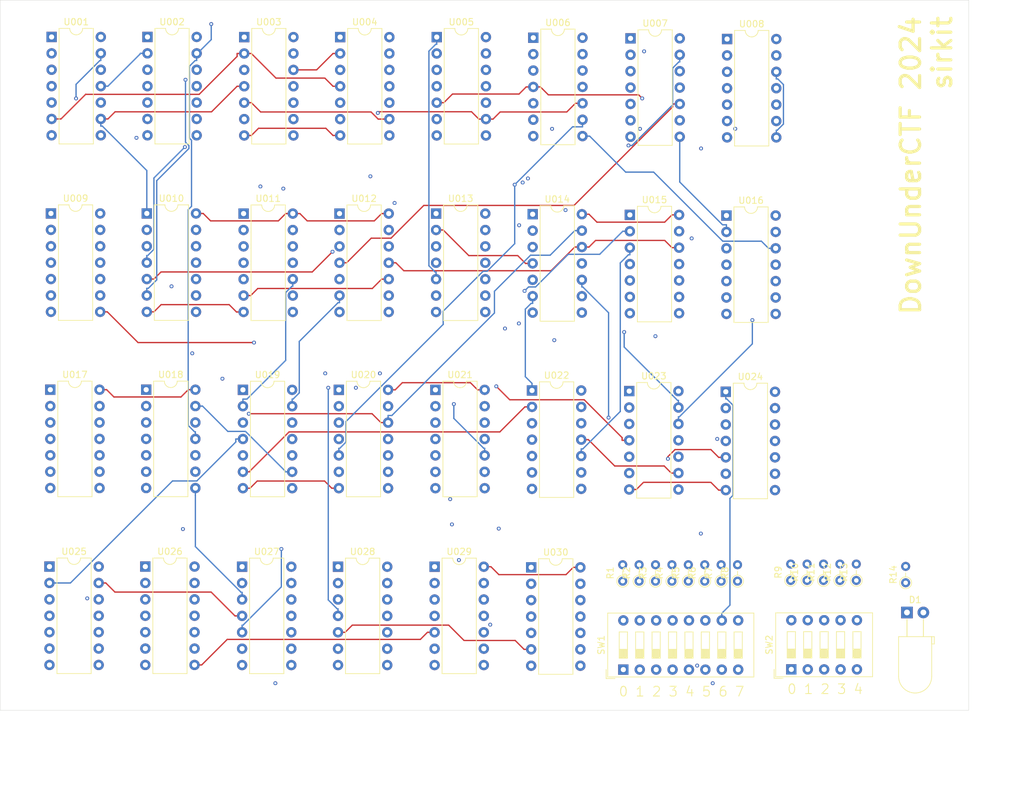
<source format=kicad_pcb>
(kicad_pcb (version 20240108) (generator "pcbnew") (generator_version "8.0")
  (layers (0 "F.Cu" jumper) (1 "In1.Cu" signal) (2 "In2.Cu" signal) (31 "B.Cu" signal) (34 "B.Paste" user) (35 "F.Paste" user) (36 "B.SilkS" user "B.Silkscreen") (37 "F.SilkS" user "F.Silkscreen") (38 "B.Mask" user) (39 "F.Mask" user) (44 "Edge.Cuts" user))
  (net 0 "")
  (net 1 "$abc$1463$new_n67.0")
  (net 2 "byte_num.1")
  (net 3 "$abc$1463$new_n41.0")
  (net 4 "$abc$1463$new_n21.0")
  (net 5 "$abc$1463$new_n59.0")
  (net 6 "GND")
  (net 7 "byte_num.0")
  (net 8 "VCC")
  (net 9 "byte_num.4")
  (net 10 "$abc$1463$new_n69.0")
  (net 11 "$abc$1463$new_n39.0")
  (net 12 "$abc$1463$new_n73.0")
  (net 13 "$abc$1463$new_n96.0")
  (net 14 "$abc$1463$new_n101.0")
  (net 15 "$abc$1463$new_n102.0")
  (net 16 "$abc$1463$new_n100.0")
  (net 17 "byte_guess.2")
  (net 18 "byte_guess.0")
  (net 19 "$abc$1463$new_n91.0")
  (net 20 "$abc$1463$new_n80.0")
  (net 21 "$abc$1463$new_n98.0")
  (net 22 "$abc$1463$new_n94.0")
  (net 23 "$abc$1463$new_n20.0")
  (net 24 "$abc$1463$new_n99.0")
  (net 25 "$abc$1463$new_n25.0")
  (net 26 "$abc$1463$new_n31.0")
  (net 27 "$abc$1463$new_n24.0")
  (net 28 "guess_valid.0")
  (net 29 "$abc$1463$new_n30.0")
  (net 30 "$abc$1463$new_n86.0")
  (net 31 "byte_guess.7")
  (net 32 "$abc$1463$new_n84.0")
  (net 33 "$abc$1463$new_n65.0")
  (net 34 "$abc$1463$new_n95.0")
  (net 35 "$abc$1463$new_n93.0")
  (net 36 "$abc$1463$new_n92.0")
  (net 37 "$abc$1463$new_n79.0")
  (net 38 "$abc$1463$new_n97.0")
  (net 39 "$abc$1463$new_n66.0")
  (net 40 "$abc$1463$new_n75.0")
  (net 41 "$abc$1463$new_n43.0")
  (net 42 "$abc$1463$new_n32.0")
  (net 43 "$abc$1463$new_n15.0")
  (net 44 "$abc$1463$new_n60.0")
  (net 45 "$abc$1463$new_n58.0")
  (net 46 "$abc$1463$new_n77.0")
  (net 47 "$abc$1463$new_n61.0")
  (net 48 "byte_num.3")
  (net 49 "$abc$1463$new_n68.0")
  (net 50 "byte_guess.3")
  (net 51 "byte_guess.5")
  (net 52 "byte_guess.4")
  (net 53 "$abc$1463$new_n72.0")
  (net 54 "byte_guess.6")
  (net 55 "$abc$1463$new_n83.0")
  (net 56 "$abc$1463$new_n85.0")
  (net 57 "$abc$1463$new_n87.0")
  (net 58 "$abc$1463$new_n18.0")
  (net 59 "$abc$1463$new_n36.0")
  (net 60 "$abc$1463$new_n90.0")
  (net 61 "$abc$1463$new_n34.0")
  (net 62 "$abc$1463$new_n88.0")
  (net 63 "$abc$1463$new_n46.0")
  (net 64 "$abc$1463$new_n82.0")
  (net 65 "$abc$1463$new_n55.0")
  (net 66 "$abc$1463$new_n89.0")
  (net 67 "$abc$1463$new_n50.0")
  (net 68 "$abc$1463$new_n81.0")
  (net 69 "$abc$1463$new_n76.0")
  (net 70 "$abc$1463$new_n51.0")
  (net 71 "$abc$1463$new_n47.0")
  (net 72 "$abc$1463$new_n57.0")
  (net 73 "$abc$1463$new_n22.0")
  (net 74 "$abc$1463$new_n74.0")
  (net 75 "$abc$1463$new_n52.0")
  (net 76 "byte_num.2")
  (net 77 "$abc$1463$new_n19.0")
  (net 78 "$abc$1463$new_n78.0")
  (net 79 "$abc$1463$new_n53.0")
  (net 80 "$abc$1463$new_n71.0")
  (net 81 "$abc$1463$new_n29.0")
  (net 82 "$abc$1463$new_n70.0")
  (net 83 "$abc$1463$new_n64.0")
  (net 84 "$abc$1463$new_n48.0")
  (net 85 "$abc$1463$new_n17.0")
  (net 86 "byte_guess.1")
  (net 87 "$abc$1463$new_n16.0")
  (net 88 "$abc$1463$new_n63.0")
  (net 89 "$abc$1463$new_n62.0")
  (net 90 "$abc$1463$new_n38.0")
  (net 91 "$abc$1463$new_n54.0")
  (net 92 "$abc$1463$new_n35.0")
  (net 93 "$abc$1463$new_n44.0")
  (net 94 "$abc$1463$new_n37.0")
  (net 95 "$abc$1463$new_n49.0")
  (net 96 "$abc$1463$new_n56.0")
  (net 97 "$abc$1463$new_n27.0")
  (net 98 "$abc$1463$new_n23.0")
  (net 99 "$abc$1463$new_n26.0")
  (net 100 "$abc$1463$new_n28.0")
  (net 101 "$abc$1463$new_n42.0")
  (net 102 "$abc$1463$new_n33.0")
  (net 103 "$abc$1463$new_n40.0")
  (net 104 "$abc$1463$new_n45.0")
  (footprint "Package_DIP:DIP-14_W7.62mm" (layer "F.Cu") (at 166.28 68.58)
    (property "Reference" "U016")
    (property "Value" "74LS40")
  )
  (footprint "Package_DIP:DIP-14_W7.62mm" (layer "F.Cu") (at 136.05 123.08)
    (property "Reference" "U030")
    (property "Value" "74LS40")
  )
  (footprint "Resistor_THT:R_Axial_DIN0204_L3.6mm_D1.6mm_P2.54mm_Vertical" (layer "F.Cu") (at 183.845 125.1075 90)
    (property "Reference" "R12")
    (property "Value" "R_Axial_DIN0204_L3.6mm_D1.6mm_P2.54mm_Vertical")
  )
  (footprint "Package_DIP:DIP-14_W7.62mm" (layer "F.Cu") (at 61.48 122.96)
    (property "Reference" "U025")
    (property "Value" "74LS00")
  )
  (footprint "Package_DIP:DIP-14_W7.62mm" (layer "F.Cu") (at 151.43 41.14)
    (property "Reference" "U007")
    (property "Value" "74LS02")
  )
  (footprint "Package_DIP:DIP-14_W7.62mm" (layer "F.Cu") (at 151.23 95.78)
    (property "Reference" "U023")
    (property "Value" "74LS40")
  )
  (footprint "Resistor_THT:R_Axial_DIN0204_L3.6mm_D1.6mm_P2.54mm_Vertical" (layer "F.Cu") (at 162.92 125.22 90)
    (property "Reference" "R6")
    (property "Value" "R_Axial_DIN0204_L3.6mm_D1.6mm_P2.54mm_Vertical")
  )
  (footprint "Resistor_THT:R_Axial_DIN0204_L3.6mm_D1.6mm_P2.54mm_Vertical" (layer "F.Cu") (at 178.765 125.1075 90)
    (property "Reference" "R10")
    (property "Value" "R_Axial_DIN0204_L3.6mm_D1.6mm_P2.54mm_Vertical")
  )
  (footprint "Resistor_THT:R_Axial_DIN0204_L3.6mm_D1.6mm_P2.54mm_Vertical" (layer "F.Cu") (at 160.38 125.22 90)
    (property "Reference" "R5")
    (property "Value" "R_Axial_DIN0204_L3.6mm_D1.6mm_P2.54mm_Vertical")
  )
  (footprint "Resistor_THT:R_Axial_DIN0204_L3.6mm_D1.6mm_P2.54mm_Vertical" (layer "F.Cu") (at 150.22 125.22 90)
    (property "Reference" "R1")
    (property "Value" "R_Axial_DIN0204_L3.6mm_D1.6mm_P2.54mm_Vertical")
  )
  (footprint "Package_DIP:DIP-14_W7.62mm" (layer "F.Cu") (at 91.43 95.58)
    (property "Reference" "U019")
    (property "Value" "74LS40")
  )
  (footprint "Package_DIP:DIP-14_W7.62mm" (layer "F.Cu") (at 106.48 40.94)
    (property "Reference" "U004")
    (property "Value" "74LS40")
  )
  (footprint "Package_DIP:DIP-14_W7.62mm" (layer "F.Cu") (at 151.33 68.48)
    (property "Reference" "U015")
    (property "Value" "74LS08")
  )
  (footprint "Package_DIP:DIP-14_W7.62mm" (layer "F.Cu") (at 76.55 68.26)
    (property "Reference" "U010")
    (property "Value" "74LS08")
  )
  (footprint "Resistor_THT:R_Axial_DIN0204_L3.6mm_D1.6mm_P2.54mm_Vertical" (layer "F.Cu") (at 165.46 125.22 90)
    (property "Reference" "R7")
    (property "Value" "R_Axial_DIN0204_L3.6mm_D1.6mm_P2.54mm_Vertical")
  )
  (footprint "Package_DIP:DIP-14_W7.62mm" (layer "F.Cu") (at 106.15 122.98)
    (property "Reference" "U028")
    (property "Value" "74LS04")
  )
  (footprint "Package_DIP:DIP-14_W7.62mm" (layer "F.Cu") (at 106.28 95.58)
    (property "Reference" "U020")
    (property "Value" "74LS40")
  )
  (footprint "Package_DIP:DIP-14_W7.62mm" (layer "F.Cu") (at 61.81 40.92)
    (property "Reference" "U001")
    (property "Value" "74LS04")
  )
  (footprint "Package_DIP:DIP-14_W7.62mm" (layer "F.Cu") (at 166.18 95.88)
    (property "Reference" "U024")
    (property "Value" "74LS86")
  )
  (footprint "Package_DIP:DIP-14_W7.62mm" (layer "F.Cu") (at 91.53 68.28)
    (property "Reference" "U011")
    (property "Value" "74LS40")
  )
  (footprint "Package_DIP:DIP-14_W7.62mm" (layer "F.Cu") (at 91.3 122.98)
    (property "Reference" "U027")
    (property "Value" "74LS02")
  )
  (footprint "Package_DIP:DIP-14_W7.62mm" (layer "F.Cu") (at 121.43 40.94)
    (property "Reference" "U005")
    (property "Value" "74LS00")
  )
  (footprint "Package_DIP:DIP-14_W7.62mm" (layer "F.Cu") (at 76.32 122.96)
    (property "Reference" "U026")
    (property "Value" "74LS40")
  )
  (footprint "Resistor_THT:R_Axial_DIN0204_L3.6mm_D1.6mm_P2.54mm_Vertical" (layer "F.Cu") (at 176.225 125.1075 90)
    (property "Reference" "R9")
    (property "Value" "R_Axial_DIN0204_L3.6mm_D1.6mm_P2.54mm_Vertical")
  )
  (footprint "Resistor_THT:R_Axial_DIN0204_L3.6mm_D1.6mm_P2.54mm_Vertical" (layer "F.Cu") (at 181.305 125.1075 90)
    (property "Reference" "R11")
    (property "Value" "R_Axial_DIN0204_L3.6mm_D1.6mm_P2.54mm_Vertical")
  )
  (footprint "Package_DIP:DIP-14_W7.62mm" (layer "F.Cu") (at 136.38 41.04)
    (property "Reference" "U006")
    (property "Value" "74LS40")
  )
  (footprint "Package_DIP:DIP-14_W7.62mm" (layer "F.Cu") (at 166.38 41.24)
    (property "Reference" "U008")
    (property "Value" "74LS00")
  )
  (footprint "Package_DIP:DIP-14_W7.62mm" (layer "F.Cu") (at 121.1 122.98)
    (property "Reference" "U029")
    (property "Value" "74LS86")
  )
  (footprint "Resistor_THT:R_Axial_DIN0204_L3.6mm_D1.6mm_P2.54mm_Vertical" (layer "F.Cu") (at 157.84 125.22 90)
    (property "Reference" "R4")
    (property "Value" "R_Axial_DIN0204_L3.6mm_D1.6mm_P2.54mm_Vertical")
  )
  (footprint "Package_DIP:DIP-14_W7.62mm" (layer "F.Cu") (at 76.45 95.56)
    (property "Reference" "U018")
    (property "Value" "74LS02")
  )
  (footprint "Package_DIP:DIP-14_W7.62mm" (layer "F.Cu") (at 61.61 95.56)
    (property "Reference" "U017")
    (property "Value" "74LS40")
  )
  (footprint "Package_DIP:DIP-14_W7.62mm" (layer "F.Cu") (at 106.38 68.28)
    (property "Reference" "U012")
    (property "Value" "74LS00")
  )
  (footprint "Package_DIP:DIP-14_W7.62mm" (layer "F.Cu") (at 136.28 68.38)
    (property "Reference" "U014")
    (property "Value" "74LS40")
  )
  (footprint "Button_Switch_THT:SW_DIP_SPSTx05_Slide_9.78x14.88mm_W7.62mm_P2.54mm" (layer "F.Cu") (at 176.325 138.8875 90)
    (property "Reference" "SW2")
    (property "Value" "SW_DIP_SPSTx05_Slide_9.78x14.88mm_W7.62mm_P2.54mm")
  )
  (footprint "Package_DIP:DIP-14_W7.62mm" (layer "F.Cu") (at 76.65 40.92)
    (property "Reference" "U002")
    (property "Value" "74LS02")
  )
  (footprint "LED_THT:LED_D5.0mm_Horizontal_O3.81mm_Z15.0mm" (layer "F.Cu") (at 194.225 130.07)
    (property "Reference" "D1")
    (property "Value" "LED_D5.0mm_Horizontal_O3.81mm_Z15.0mm")
  )
  (footprint "Resistor_THT:R_Axial_DIN0204_L3.6mm_D1.6mm_P2.54mm_Vertical" (layer "F.Cu") (at 186.385 125.1075 90)
    (property "Reference" "R13")
    (property "Value" "R_Axial_DIN0204_L3.6mm_D1.6mm_P2.54mm_Vertical")
  )
  (footprint "Package_DIP:DIP-14_W7.62mm" (layer "F.Cu") (at 61.71 68.26)
    (property "Reference" "U009")
    (property "Value" "74LS40")
  )
  (footprint "Package_DIP:DIP-14_W7.62mm" (layer "F.Cu") (at 121.33 68.28)
    (property "Reference" "U013")
    (property "Value" "74LS40")
  )
  (footprint "Resistor_THT:R_Axial_DIN0204_L3.6mm_D1.6mm_P2.54mm_Vertical" (layer "F.Cu") (at 168 125.22 90)
    (property "Reference" "R8")
    (property "Value" "R_Axial_DIN0204_L3.6mm_D1.6mm_P2.54mm_Vertical")
  )
  (footprint "Button_Switch_THT:SW_DIP_SPSTx08_Slide_9.78x22.5mm_W7.62mm_P2.54mm" (layer "F.Cu") (at 150.32 138.92 90)
    (property "Reference" "SW1")
    (property "Value" "SW_DIP_SPSTx08_Slide_9.78x22.5mm_W7.62mm_P2.54mm")
  )
  (footprint "Resistor_THT:R_Axial_DIN0204_L3.6mm_D1.6mm_P2.54mm_Vertical" (layer "F.Cu") (at 152.76 125.22 90)
    (property "Reference" "R2")
    (property "Value" "R_Axial_DIN0204_L3.6mm_D1.6mm_P2.54mm_Vertical")
  )
  (footprint "Resistor_THT:R_Axial_DIN0204_L3.6mm_D1.6mm_P2.54mm_Vertical" (layer "F.Cu") (at 194.025 125.47 90)
    (property "Reference" "R14")
    (property "Value" "R_Axial_DIN0204_L3.6mm_D1.6mm_P2.54mm_Vertical")
  )
  (footprint "Resistor_THT:R_Axial_DIN0204_L3.6mm_D1.6mm_P2.54mm_Vertical" (layer "F.Cu") (at 155.3 125.22 90)
    (property "Reference" "R3")
    (property "Value" "R_Axial_DIN0204_L3.6mm_D1.6mm_P2.54mm_Vertical")
  )
  (footprint "Package_DIP:DIP-14_W7.62mm" (layer "F.Cu") (at 136.18 95.68)
    (property "Reference" "U022")
    (property "Value" "74LS08")
  )
  (footprint "Package_DIP:DIP-14_W7.62mm" (layer "F.Cu") (at 91.63 40.94)
    (property "Reference" "U003")
    (property "Value" "74LS40")
  )
  (footprint "Package_DIP:DIP-14_W7.62mm" (layer "F.Cu") (at 121.23 95.58)
    (property "Reference" "U021")
    (property "Value" "74LS40")
  )
  (gr_rect (start 53.847332 35.22) (end 203.796849 145.22) (stroke (width 0.05)) (fill none) (layer "Edge.Cuts"))
  (gr_text "0 1 2 3 4 5 6 7" (at 149.52 143.2 0) (layer "F.SilkS") (effects (font (size 1.5 1.5)) (justify left bottom)))
  (gr_text "0 1 2 3 4" (at 175.6 142.82 0) (layer "F.SilkS") (effects (font (size 1.5 1.5)) (justify left bottom)))
  (gr_text "DownUnderCTF 2024\nsirkit" (at 201.4 37.42 90) (layer "F.SilkS") (effects (font (size 3 3) (thickness 0.5) (bold yes)) (justify right bottom)))
  (segment (start 106.48 43.48) (end 105.3783 43.48) (width 0.2) (layer "F.Cu") (net 2))
  (segment (start 102.8383 46.02) (end 99.25 46.02) (width 0.2) (layer "F.Cu") (net 2))
  (segment (start 105.3783 43.48) (end 102.8383 46.02) (width 0.2) (layer "F.Cu") (net 2))
  (via (at 160.8956 72.1231) (size 0.6) (drill 0.3) (layers "F.Cu" "B.Cu") (net 2))
  (segment (start 166.28 71.12) (end 166.28 70.0183) (width 0.2) (layer "B.Cu") (net 2))
  (segment (start 165.6775 70.0183) (end 159.05 63.3908) (width 0.2) (layer "B.Cu") (net 2))
  (segment (start 159.05 63.3908) (end 159.05 56.38) (width 0.2) (layer "B.Cu") (net 2))
  (segment (start 166.28 70.0183) (end 165.6775 70.0183) (width 0.2) (layer "B.Cu") (net 2))
  (via (at 134.1439 85.3004) (size 0.6) (drill 0.3) (layers "F.Cu" "B.Cu") (net 3))
  (segment (start 173.9 73.66) (end 172.7983 73.66) (width 0.2) (layer "B.Cu") (net 3))
  (segment (start 172.7983 73.66) (end 171.6966 72.5583) (width 0.2) (layer "B.Cu") (net 3))
  (segment (start 171.6966 72.5583) (end 165.7098 72.5583) (width 0.2) (layer "B.Cu") (net 3))
  (segment (start 155.0065 61.855) (end 150.6767 61.855) (width 0.2) (layer "B.Cu") (net 3))
  (segment (start 150.6767 61.855) (end 145.1017 56.28) (width 0.2) (layer "B.Cu") (net 3))
  (segment (start 144 56.28) (end 145.1017 56.28) (width 0.2) (layer "B.Cu") (net 3))
  (segment (start 165.7098 72.5583) (end 155.0065 61.855) (width 0.2) (layer "B.Cu") (net 3))
  (via (at 139.2894 55.151) (size 0.6) (drill 0.3) (layers "F.Cu" "B.Cu") (net 4))
  (via (at 152.8925 55.151) (size 0.6) (drill 0.3) (layers "F.Cu" "B.Cu") (net 4))
  (segment (start 166.18 111.12) (end 165.0783 111.12) (width 0.2) (layer "F.Cu") (net 6))
  (segment (start 151.23 111.02) (end 152.3317 111.02) (width 0.2) (layer "F.Cu") (net 6))
  (segment (start 93.643 109.7087) (end 104.067 109.7087) (width 0.2) (layer "F.Cu") (net 6))
  (segment (start 163.867 109.9087) (end 153.443 109.9087) (width 0.2) (layer "F.Cu") (net 6))
  (segment (start 91.43 110.82) (end 92.5317 110.82) (width 0.2) (layer "F.Cu") (net 6))
  (segment (start 91.63 56.18) (end 92.7317 56.18) (width 0.2) (layer "F.Cu") (net 6))
  (segment (start 76.55 83.5) (end 77.6517 83.5) (width 0.2) (layer "F.Cu") (net 6))
  (segment (start 89.297 82.3887) (end 90.4283 83.52) (width 0.2) (layer "F.Cu") (net 6))
  (segment (start 106.48 56.18) (end 105.3783 56.18) (width 0.2) (layer "F.Cu") (net 6))
  (segment (start 104.067 109.7087) (end 105.1783 110.82) (width 0.2) (layer "F.Cu") (net 6))
  (segment (start 165.0783 111.12) (end 163.867 109.9087) (width 0.2) (layer "F.Cu") (net 6))
  (segment (start 91.53 83.52) (end 90.4283 83.52) (width 0.2) (layer "F.Cu") (net 6))
  (segment (start 153.443 109.9087) (end 152.3317 111.02) (width 0.2) (layer "F.Cu") (net 6))
  (segment (start 78.763 82.3887) (end 89.297 82.3887) (width 0.2) (layer "F.Cu") (net 6))
  (segment (start 77.6517 83.5) (end 78.763 82.3887) (width 0.2) (layer "F.Cu") (net 6))
  (segment (start 92.5317 110.82) (end 93.643 109.7087) (width 0.2) (layer "F.Cu") (net 6))
  (segment (start 106.28 110.82) (end 105.1783 110.82) (width 0.2) (layer "F.Cu") (net 6))
  (segment (start 92.7317 56.18) (end 93.843 55.0687) (width 0.2) (layer "F.Cu") (net 6))
  (segment (start 104.267 55.0687) (end 105.3783 56.18) (width 0.2) (layer "F.Cu") (net 6))
  (segment (start 93.843 55.0687) (end 104.267 55.0687) (width 0.2) (layer "F.Cu") (net 6))
  (segment (start 135.8292 48.66) (end 136.38 48.66) (width 0.2) (layer "F.Cu") (net 7))
  (segment (start 137.4817 48.66) (end 138.7101 49.8884) (width 0.2) (layer "F.Cu") (net 7))
  (segment (start 134.1766 49.7617) (end 123.87 49.7617) (width 0.2) (layer "F.Cu") (net 7))
  (segment (start 138.7101 49.8884) (end 152.6902 49.8884) (width 0.2) (layer "F.Cu") (net 7))
  (segment (start 152.6902 49.8884) (end 153.2409 50.4391) (width 0.2) (layer "F.Cu") (net 7))
  (segment (start 135.2783 48.66) (end 134.1766 49.7617) (width 0.2) (layer "F.Cu") (net 7))
  (segment (start 123.87 49.7617) (end 122.5317 51.1) (width 0.2) (layer "F.Cu") (net 7))
  (segment (start 136.38 48.66) (end 137.4817 48.66) (width 0.2) (layer "F.Cu") (net 7))
  (segment (start 135.8292 48.66) (end 135.2783 48.66) (width 0.2) (layer "F.Cu") (net 7))
  (segment (start 121.43 51.1) (end 122.5317 51.1) (width 0.2) (layer "F.Cu") (net 7))
  (via (at 153.2409 50.4391) (size 0.6) (drill 0.3) (layers "F.Cu" "B.Cu") (net 7))
  (segment (start 128.85 95.58) (end 127.7483 95.58) (width 0.2) (layer "F.Cu") (net 8))
  (segment (start 116.1034 94.4783) (end 115.0017 95.58) (width 0.2) (layer "F.Cu") (net 8))
  (segment (start 98.0483 68.28) (end 96.9199 69.4084) (width 0.2) (layer "F.Cu") (net 8))
  (segment (start 157.8483 68.48) (end 156.7199 69.6084) (width 0.2) (layer "F.Cu") (net 8))
  (segment (start 113.9 95.58) (end 115.0017 95.58) (width 0.2) (layer "F.Cu") (net 8))
  (segment (start 143.67 123.08) (end 142.5683 123.08) (width 0.2) (layer "F.Cu") (net 8))
  (segment (start 126.6466 94.4783) (end 116.1034 94.4783) (width 0.2) (layer "F.Cu") (net 8))
  (segment (start 99.15 68.28) (end 98.0483 68.28) (width 0.2) (layer "F.Cu") (net 8))
  (segment (start 127.7483 95.58) (end 126.6466 94.4783) (width 0.2) (layer "F.Cu") (net 8))
  (segment (start 86.4201 69.4084) (end 85.2717 68.26) (width 0.2) (layer "F.Cu") (net 8))
  (segment (start 143.9 68.38) (end 145.0017 68.38) (width 0.2) (layer "F.Cu") (net 8))
  (segment (start 114 68.28) (end 112.8983 68.28) (width 0.2) (layer "F.Cu") (net 8))
  (segment (start 81.8399 96.6884) (end 71.4601 96.6884) (width 0.2) (layer "F.Cu") (net 8))
  (segment (start 156.7199 69.6084) (end 146.2301 69.6084) (width 0.2) (layer "F.Cu") (net 8))
  (segment (start 82.9683 95.56) (end 81.8399 96.6884) (width 0.2) (layer "F.Cu") (net 8))
  (segment (start 112.8983 68.28) (end 111.7699 69.4084) (width 0.2) (layer "F.Cu") (net 8))
  (segment (start 101.3801 69.4084) (end 100.2517 68.28) (width 0.2) (layer "F.Cu") (net 8))
  (segment (start 69.23 95.56) (end 70.3317 95.56) (width 0.2) (layer "F.Cu") (net 8))
  (segment (start 142.5683 123.08) (end 141.4399 124.2084) (width 0.2) (layer "F.Cu") (net 8))
  (segment (start 131.0501 124.2084) (end 129.8217 122.98) (width 0.2) (layer "F.Cu") (net 8))
  (segment (start 111.7699 69.4084) (end 101.3801 69.4084) (width 0.2) (layer "F.Cu") (net 8))
  (segment (start 99.15 68.28) (end 100.2517 68.28) (width 0.2) (layer "F.Cu") (net 8))
  (segment (start 84.17 68.26) (end 85.2717 68.26) (width 0.2) (layer "F.Cu") (net 8))
  (segment (start 128.72 122.98) (end 129.8217 122.98) (width 0.2) (layer "F.Cu") (net 8))
  (segment (start 141.4399 124.2084) (end 131.0501 124.2084) (width 0.2) (layer "F.Cu") (net 8))
  (segment (start 71.4601 96.6884) (end 70.3317 95.56) (width 0.2) (layer "F.Cu") (net 8))
  (segment (start 146.2301 69.6084) (end 145.0017 68.38) (width 0.2) (layer "F.Cu") (net 8))
  (segment (start 158.95 68.48) (end 157.8483 68.48) (width 0.2) (layer "F.Cu") (net 8))
  (segment (start 84.07 95.56) (end 82.9683 95.56) (width 0.2) (layer "F.Cu") (net 8))
  (segment (start 96.9199 69.4084) (end 86.4201 69.4084) (width 0.2) (layer "F.Cu") (net 8))
  (via (at 167.643 55.1423) (size 0.6) (drill 0.3) (layers "F.Cu" "B.Cu") (net 9))
  (via (at 108.9125 95.2608) (size 0.6) (drill 0.3) (layers "F.Cu" "B.Cu") (net 9))
  (via (at 141.3696 67.7365) (size 0.6) (drill 0.3) (layers "F.Cu" "B.Cu") (net 9))
  (via (at 131.9967 86.0827) (size 0.6) (drill 0.3) (layers "F.Cu" "B.Cu") (net 11))
  (via (at 134.1906 70.0897) (size 0.6) (drill 0.3) (layers "F.Cu" "B.Cu") (net 11))
  (via (at 129.7122 131.9578) (size 0.6) (drill 0.3) (layers "F.Cu" "B.Cu") (net 13))
  (segment (start 108.3613 132.0304) (end 107.2517 133.14) (width 0.2) (layer "F.Cu") (net 15))
  (segment (start 125.6617 134.41) (end 123.2821 132.0304) (width 0.2) (layer "F.Cu") (net 15))
  (segment (start 106.15 133.14) (end 107.2517 133.14) (width 0.2) (layer "F.Cu") (net 15))
  (segment (start 134.9483 135.78) (end 133.5783 134.41) (width 0.2) (layer "F.Cu") (net 15))
  (segment (start 136.05 135.78) (end 134.9483 135.78) (width 0.2) (layer "F.Cu") (net 15))
  (segment (start 133.5783 134.41) (end 125.6617 134.41) (width 0.2) (layer "F.Cu") (net 15))
  (segment (start 123.2821 132.0304) (end 108.3613 132.0304) (width 0.2) (layer "F.Cu") (net 15))
  (segment (start 121.1 133.14) (end 119.9983 133.14) (width 0.2) (layer "F.Cu") (net 21))
  (segment (start 119.9983 133.14) (end 118.8966 134.2417) (width 0.2) (layer "F.Cu") (net 21))
  (segment (start 118.8966 134.2417) (end 89 134.2417) (width 0.2) (layer "F.Cu") (net 21))
  (segment (start 89 134.2417) (end 85.0417 138.2) (width 0.2) (layer "F.Cu") (net 21))
  (segment (start 83.94 138.2) (end 85.0417 138.2) (width 0.2) (layer "F.Cu") (net 21))
  (via (at 104.1695 93.0324) (size 0.6) (drill 0.3) (layers "F.Cu" "B.Cu") (net 23))
  (via (at 112.6346 93.0324) (size 0.6) (drill 0.3) (layers "F.Cu" "B.Cu") (net 23))
  (via (at 104.6403 95.2632) (size 0.6) (drill 0.3) (layers "F.Cu" "B.Cu") (net 26))
  (segment (start 106.15 129.4983) (end 106.0123 129.4983) (width 0.2) (layer "B.Cu") (net 26))
  (segment (start 106.15 130.6) (end 106.15 129.4983) (width 0.2) (layer "B.Cu") (net 26))
  (segment (start 106.0123 129.4983) (end 104.6403 128.1263) (width 0.2) (layer "B.Cu") (net 26))
  (segment (start 104.6403 128.1263) (end 104.6403 95.2632) (width 0.2) (layer "B.Cu") (net 26))
  (segment (start 120.2224 76.3684) (end 120.2224 43.1116) (width 0.2) (layer "B.Cu") (net 27))
  (segment (start 121.33 78.44) (end 121.33 77.3383) (width 0.2) (layer "B.Cu") (net 27))
  (segment (start 121.43 40.94) (end 121.43 42.0417) (width 0.2) (layer "B.Cu") (net 27))
  (segment (start 121.33 77.3383) (end 121.1923 77.3383) (width 0.2) (layer "B.Cu") (net 27))
  (segment (start 120.2224 43.1116) (end 121.2923 42.0417) (width 0.2) (layer "B.Cu") (net 27))
  (segment (start 121.2923 42.0417) (end 121.43 42.0417) (width 0.2) (layer "B.Cu") (net 27))
  (segment (start 121.1923 77.3383) (end 120.2224 76.3684) (width 0.2) (layer "B.Cu") (net 27))
  (via (at 134.7359 63.4682) (size 0.6) (drill 0.3) (layers "F.Cu" "B.Cu") (net 29))
  (via (at 161.7478 138.2963) (size 0.6) (drill 0.3) (layers "F.Cu" "B.Cu") (net 30))
  (via (at 164.1548 141.0308) (size 0.6) (drill 0.3) (layers "F.Cu" "B.Cu") (net 31))
  (via (at 96.4494 141.0308) (size 0.6) (drill 0.3) (layers "F.Cu" "B.Cu") (net 31))
  (via (at 162.3171 117.8453) (size 0.6) (drill 0.3) (layers "F.Cu" "B.Cu") (net 32))
  (segment (start 91.3 128.06) (end 91.3 126.9583) (width 0.2) (layer "B.Cu") (net 33))
  (segment (start 84.07 110.8) (end 84.07 111.9017) (width 0.2) (layer "B.Cu") (net 33))
  (segment (start 91.3 126.9583) (end 91.1623 126.9583) (width 0.2) (layer "B.Cu") (net 33))
  (segment (start 84.07 119.866) (end 84.07 111.9017) (width 0.2) (layer "B.Cu") (net 33))
  (segment (start 91.1623 126.9583) (end 84.07 119.866) (width 0.2) (layer "B.Cu") (net 33))
  (segment (start 71.6132 126.9115) (end 70.2017 125.5) (width 0.2) (layer "F.Cu") (net 35))
  (segment (start 69.1 125.5) (end 70.2017 125.5) (width 0.2) (layer "F.Cu") (net 35))
  (segment (start 86.5098 126.9115) (end 71.6132 126.9115) (width 0.2) (layer "F.Cu") (net 35))
  (segment (start 91.3 130.6) (end 90.1983 130.6) (width 0.2) (layer "F.Cu") (net 35))
  (segment (start 90.1983 130.6) (end 86.5098 126.9115) (width 0.2) (layer "F.Cu") (net 35))
  (via (at 97.3803 120.2341) (size 0.6) (drill 0.3) (layers "F.Cu" "B.Cu") (net 36))
  (segment (start 91.4377 132.0383) (end 97.3803 126.0957) (width 0.2) (layer "B.Cu") (net 36))
  (segment (start 91.3 133.14) (end 91.3 132.0383) (width 0.2) (layer "B.Cu") (net 36))
  (segment (start 97.3803 126.0957) (end 97.3803 120.2341) (width 0.2) (layer "B.Cu") (net 36))
  (segment (start 91.3 132.0383) (end 91.4377 132.0383) (width 0.2) (layer "B.Cu") (net 36))
  (via (at 67.3281 127.8851) (size 0.6) (drill 0.3) (layers "F.Cu" "B.Cu") (net 39))
  (via (at 155.2829 87.2703) (size 0.6) (drill 0.3) (layers "F.Cu" "B.Cu") (net 39))
  (segment (start 131.2 102.0983) (end 135.0783 98.22) (width 0.2) (layer "F.Cu") (net 40))
  (segment (start 91.43 108.28) (end 92.5317 108.28) (width 0.2) (layer "F.Cu") (net 40))
  (segment (start 136.18 98.22) (end 135.0783 98.22) (width 0.2) (layer "F.Cu") (net 40))
  (segment (start 92.5317 108.1423) (end 98.5757 102.0983) (width 0.2) (layer "F.Cu") (net 40))
  (segment (start 92.5317 108.28) (end 92.5317 108.1423) (width 0.2) (layer "F.Cu") (net 40))
  (segment (start 98.5757 102.0983) (end 131.2 102.0983) (width 0.2) (layer "F.Cu") (net 40))
  (via (at 151.118 57.734) (size 0.6) (drill 0.3) (layers "F.Cu" "B.Cu") (net 41))
  (segment (start 151.6557 57.734) (end 157.9483 51.4414) (width 0.2) (layer "B.Cu") (net 41))
  (segment (start 151.118 57.734) (end 151.6557 57.734) (width 0.2) (layer "B.Cu") (net 41))
  (segment (start 159.05 43.68) (end 159.05 44.7817) (width 0.2) (layer "B.Cu") (net 41))
  (segment (start 157.9483 51.4414) (end 157.9483 45.7456) (width 0.2) (layer "B.Cu") (net 41))
  (segment (start 157.9483 45.7456) (end 158.9122 44.7817) (width 0.2) (layer "B.Cu") (net 41))
  (segment (start 158.9122 44.7817) (end 159.05 44.7817) (width 0.2) (layer "B.Cu") (net 41))
  (via (at 123.7822 116.4291) (size 0.6) (drill 0.3) (layers "F.Cu" "B.Cu") (net 44))
  (segment (start 135.147 93.5453) (end 136.18 94.5783) (width 0.2) (layer "B.Cu") (net 44))
  (segment (start 135.147 83.0864) (end 135.147 93.5453) (width 0.2) (layer "B.Cu") (net 44))
  (segment (start 136.28 82.1817) (end 136.0517 82.1817) (width 0.2) (layer "B.Cu") (net 44))
  (segment (start 136.18 95.5487) (end 136.18 95.68) (width 0.2) (layer "B.Cu") (net 44))
  (segment (start 136.0517 82.1817) (end 135.147 83.0864) (width 0.2) (layer "B.Cu") (net 44))
  (segment (start 136.28 81.08) (end 136.28 82.1817) (width 0.2) (layer "B.Cu") (net 44))
  (segment (start 136.18 95.5487) (end 136.18 94.5783) (width 0.2) (layer "B.Cu") (net 44))
  (via (at 148.0325 99.8855) (size 0.6) (drill 0.3) (layers "F.Cu" "B.Cu") (net 45))
  (segment (start 143.9 78.54) (end 143.9 79.6417) (width 0.2) (layer "B.Cu") (net 45))
  (segment (start 144.0377 79.6417) (end 148.0325 83.6365) (width 0.2) (layer "B.Cu") (net 45))
  (segment (start 148.0325 83.6365) (end 148.0325 99.8855) (width 0.2) (layer "B.Cu") (net 45))
  (segment (start 143.9 79.6417) (end 144.0377 79.6417) (width 0.2) (layer "B.Cu") (net 45))
  (via (at 123.516 112.5123) (size 0.6) (drill 0.3) (layers "F.Cu" "B.Cu") (net 47))
  (segment (start 144 51.2) (end 142.8983 51.2) (width 0.2) (layer "F.Cu") (net 48))
  (segment (start 131.2534 52.5383) (end 141.56 52.5383) (width 0.2) (layer "F.Cu") (net 48))
  (segment (start 129.05 53.64) (end 130.1517 53.64) (width 0.2) (layer "F.Cu") (net 48))
  (segment (start 141.56 52.5383) (end 142.8983 51.2) (width 0.2) (layer "F.Cu") (net 48))
  (segment (start 130.1517 53.64) (end 131.2534 52.5383) (width 0.2) (layer "F.Cu") (net 48))
  (segment (start 112.3113 52.6906) (end 112.4949 52.507) (width 0.2) (layer "F.Cu") (net 48))
  (segment (start 128.4992 53.64) (end 127.9483 53.64) (width 0.2) (layer "F.Cu") (net 48))
  (segment (start 112.4949 52.507) (end 126.8153 52.507) (width 0.2) (layer "F.Cu") (net 48))
  (segment (start 126.8153 52.507) (end 127.9483 53.64) (width 0.2) (layer "F.Cu") (net 48))
  (segment (start 128.4992 53.64) (end 129.05 53.64) (width 0.2) (layer "F.Cu") (net 48))
  (via (at 112.3113 52.6906) (size 0.6) (drill 0.3) (layers "F.Cu" "B.Cu") (net 48))
  (segment (start 70.5317 48.54) (end 75.5483 43.5234) (width 0.2) (layer "B.Cu") (net 48))
  (segment (start 91.43 103.2) (end 90.3283 103.2) (width 0.2) (layer "B.Cu") (net 48))
  (segment (start 80.5275 109.6983) (end 64.7258 125.5) (width 0.2) (layer "B.Cu") (net 48))
  (segment (start 75.5483 43.5234) (end 75.5483 43.46) (width 0.2) (layer "B.Cu") (net 48))
  (segment (start 64.7258 125.5) (end 61.48 125.5) (width 0.2) (layer "B.Cu") (net 48))
  (segment (start 90.3283 103.6566) (end 84.2866 109.6983) (width 0.2) (layer "B.Cu") (net 48))
  (segment (start 90.3283 103.2) (end 90.3283 103.6566) (width 0.2) (layer "B.Cu") (net 48))
  (segment (start 69.43 48.54) (end 70.5317 48.54) (width 0.2) (layer "B.Cu") (net 48))
  (segment (start 76.65 43.46) (end 75.5483 43.46) (width 0.2) (layer "B.Cu") (net 48))
  (segment (start 84.2866 109.6983) (end 80.5275 109.6983) (width 0.2) (layer "B.Cu") (net 48))
  (via (at 164.8535 103.1895) (size 0.6) (drill 0.3) (layers "F.Cu" "B.Cu") (net 50))
  (segment (start 167.2877 111.9323) (end 166.8235 112.3965) (width 0.2) (layer "B.Cu") (net 54))
  (segment (start 166.18 96.9817) (end 166.3177 96.9817) (width 0.2) (layer "B.Cu") (net 54))
  (segment (start 166.3177 96.9817) (end 167.2877 97.9517) (width 0.2) (layer "B.Cu") (net 54))
  (segment (start 167.2877 97.9517) (end 167.2877 111.9323) (width 0.2) (layer "B.Cu") (net 54))
  (segment (start 166.18 95.88) (end 166.18 96.9817) (width 0.2) (layer "B.Cu") (net 54))
  (segment (start 166.8235 128.9348) (end 165.56 130.1983) (width 0.2) (layer "B.Cu") (net 54))
  (segment (start 166.8235 112.3965) (end 166.8235 128.9348) (width 0.2) (layer "B.Cu") (net 54))
  (segment (start 165.56 131.3) (end 165.56 130.1983) (width 0.2) (layer "B.Cu") (net 54))
  (segment (start 163.8766 104.8383) (end 158.311 104.8383) (width 0.2) (layer "F.Cu") (net 55))
  (segment (start 157.218 105.9313) (end 157.218 106.2671) (width 0.2) (layer "F.Cu") (net 55))
  (segment (start 158.311 104.8383) (end 157.218 105.9313) (width 0.2) (layer "F.Cu") (net 55))
  (segment (start 165.0783 106.04) (end 163.8766 104.8383) (width 0.2) (layer "F.Cu") (net 55))
  (segment (start 166.18 106.04) (end 165.0783 106.04) (width 0.2) (layer "F.Cu") (net 55))
  (via (at 157.218 106.2671) (size 0.6) (drill 0.3) (layers "F.Cu" "B.Cu") (net 55))
  (via (at 131.0323 117.0763) (size 0.6) (drill 0.3) (layers "F.Cu" "B.Cu") (net 56))
  (segment (start 130.6515 95.0422) (end 132.7276 97.1183) (width 0.2) (layer "F.Cu") (net 58))
  (segment (start 150.1283 102.9869) (end 150.1283 103.4) (width 0.2) (layer "F.Cu") (net 58))
  (segment (start 144.2597 97.1183) (end 150.1283 102.9869) (width 0.2) (layer "F.Cu") (net 58))
  (segment (start 132.7276 97.1183) (end 144.2597 97.1183) (width 0.2) (layer "F.Cu") (net 58))
  (segment (start 151.23 103.4) (end 150.1283 103.4) (width 0.2) (layer "F.Cu") (net 58))
  (via (at 130.6515 95.0422) (size 0.6) (drill 0.3) (layers "F.Cu" "B.Cu") (net 58))
  (via (at 74.9465 56.5408) (size 0.6) (drill 0.3) (layers "F.Cu" "B.Cu") (net 58))
  (segment (start 99.0122 79.5417) (end 98.0483 80.5056) (width 0.2) (layer "B.Cu") (net 58))
  (segment (start 98.0483 91.0179) (end 92.0479 97.0183) (width 0.2) (layer "B.Cu") (net 58))
  (segment (start 99.15 79.5417) (end 99.0122 79.5417) (width 0.2) (layer "B.Cu") (net 58))
  (segment (start 99.15 78.44) (end 99.15 79.5417) (width 0.2) (layer "B.Cu") (net 58))
  (segment (start 98.0483 80.5056) (end 98.0483 91.0179) (width 0.2) (layer "B.Cu") (net 58))
  (segment (start 91.43 98.12) (end 91.43 97.0183) (width 0.2) (layer "B.Cu") (net 58))
  (segment (start 92.0479 97.0183) (end 91.43 97.0183) (width 0.2) (layer "B.Cu") (net 58))
  (via (at 150.4483 86.6314) (size 0.6) (drill 0.3) (layers "F.Cu" "B.Cu") (net 59))
  (segment (start 150.4483 88.9543) (end 150.4483 86.6314) (width 0.2) (layer "B.Cu") (net 59))
  (segment (start 158.7123 97.2183) (end 150.4483 88.9543) (width 0.2) (layer "B.Cu") (net 59))
  (segment (start 158.85 98.32) (end 158.85 97.2183) (width 0.2) (layer "B.Cu") (net 59))
  (segment (start 158.85 97.2183) (end 158.7123 97.2183) (width 0.2) (layer "B.Cu") (net 59))
  (segment (start 143.8 103.3) (end 144.9017 103.3) (width 0.2) (layer "F.Cu") (net 60))
  (segment (start 158.85 108.48) (end 157.7483 108.48) (width 0.2) (layer "F.Cu") (net 60))
  (segment (start 148.98 107.3783) (end 144.9017 103.3) (width 0.2) (layer "F.Cu") (net 60))
  (segment (start 157.7483 108.48) (end 156.6466 107.3783) (width 0.2) (layer "F.Cu") (net 60))
  (segment (start 156.6466 107.3783) (end 148.98 107.3783) (width 0.2) (layer "F.Cu") (net 60))
  (via (at 83.5833 89.9271) (size 0.6) (drill 0.3) (layers "F.Cu" "B.Cu") (net 63))
  (via (at 170.2927 84.78) (size 0.6) (drill 0.3) (layers "F.Cu" "B.Cu") (net 63))
  (segment (start 158.85 100.86) (end 158.85 99.7583) (width 0.2) (layer "B.Cu") (net 63))
  (segment (start 174.2283 47.4217) (end 174 47.4217) (width 0.2) (layer "B.Cu") (net 63))
  (segment (start 174.1377 55.3783) (end 175.1053 54.4107) (width 0.2) (layer "B.Cu") (net 63))
  (segment (start 175.1053 48.2987) (end 174.2283 47.4217) (width 0.2) (layer "B.Cu") (net 63))
  (segment (start 158.9877 99.7583) (end 170.2927 88.4533) (width 0.2) (layer "B.Cu") (net 63))
  (segment (start 158.85 99.7583) (end 158.9877 99.7583) (width 0.2) (layer "B.Cu") (net 63))
  (segment (start 174 46.32) (end 174 47.4217) (width 0.2) (layer "B.Cu") (net 63))
  (segment (start 175.1053 54.4107) (end 175.1053 48.2987) (width 0.2) (layer "B.Cu") (net 63))
  (segment (start 174 55.3783) (end 174.1377 55.3783) (width 0.2) (layer "B.Cu") (net 63))
  (segment (start 174 56.48) (end 174 55.3783) (width 0.2) (layer "B.Cu") (net 63))
  (segment (start 170.2927 88.4533) (end 170.2927 84.78) (width 0.2) (layer "B.Cu") (net 63))
  (segment (start 149.8449 75.9185) (end 149.8449 98.9315) (width 0.2) (layer "B.Cu") (net 65))
  (segment (start 144.0381 104.7383) (end 143.8 104.7383) (width 0.2) (layer "B.Cu") (net 65))
  (segment (start 149.8449 98.9315) (end 144.0381 104.7383) (width 0.2) (layer "B.Cu") (net 65))
  (segment (start 151.33 73.56) (end 151.33 74.6617) (width 0.2) (layer "B.Cu") (net 65))
  (segment (start 151.33 74.6617) (end 151.1017 74.6617) (width 0.2) (layer "B.Cu") (net 65))
  (segment (start 151.1017 74.6617) (end 149.8449 75.9185) (width 0.2) (layer "B.Cu") (net 65))
  (segment (start 143.8 105.84) (end 143.8 104.7383) (width 0.2) (layer "B.Cu") (net 65))
  (via (at 124.0795 97.788) (size 0.6) (drill 0.3) (layers "F.Cu" "B.Cu") (net 67))
  (segment (start 128.85 104.6383) (end 128.7123 104.6383) (width 0.2) (layer "B.Cu") (net 67))
  (segment (start 99.05 98.12) (end 99.05 97.0183) (width 0.2) (layer "B.Cu") (net 67))
  (segment (start 99.05 97.0183) (end 99.1878 97.0183) (width 0.2) (layer "B.Cu") (net 67))
  (segment (start 106.38 80.98) (end 106.38 82.0817) (width 0.2) (layer "B.Cu") (net 67))
  (segment (start 100.1517 88.0817) (end 106.1517 82.0817) (width 0.2) (layer "B.Cu") (net 67))
  (segment (start 124.0795 100.0055) (end 124.0795 97.788) (width 0.2) (layer "B.Cu") (net 67))
  (segment (start 128.7123 104.6383) (end 124.0795 100.0055) (width 0.2) (layer "B.Cu") (net 67))
  (segment (start 106.1517 82.0817) (end 106.38 82.0817) (width 0.2) (layer "B.Cu") (net 67))
  (segment (start 100.1517 96.0544) (end 100.1517 88.0817) (width 0.2) (layer "B.Cu") (net 67))
  (segment (start 99.1878 97.0183) (end 100.1517 96.0544) (width 0.2) (layer "B.Cu") (net 67))
  (segment (start 128.85 105.74) (end 128.85 104.6383) (width 0.2) (layer "B.Cu") (net 67))
  (segment (start 70.4317 83.5) (end 75.1922 88.2605) (width 0.2) (layer "F.Cu") (net 70))
  (segment (start 75.1922 88.2605) (end 93.1442 88.2605) (width 0.2) (layer "F.Cu") (net 70))
  (segment (start 69.33 83.5) (end 70.4317 83.5) (width 0.2) (layer "F.Cu") (net 70))
  (via (at 93.1442 88.2605) (size 0.6) (drill 0.3) (layers "F.Cu" "B.Cu") (net 70))
  (via (at 88.2538 93.856) (size 0.6) (drill 0.3) (layers "F.Cu" "B.Cu") (net 71))
  (segment (start 114 75.9) (end 115.1017 75.9) (width 0.2) (layer "F.Cu") (net 72))
  (segment (start 143.3492 73.46) (end 143.9 73.46) (width 0.2) (layer "F.Cu") (net 72))
  (segment (start 156.7245 72.4362) (end 157.8483 73.56) (width 0.2) (layer "F.Cu") (net 72))
  (segment (start 158.95 73.56) (end 157.8483 73.56) (width 0.2) (layer "F.Cu") (net 72))
  (segment (start 146.0255 72.4362) (end 156.7245 72.4362) (width 0.2) (layer "F.Cu") (net 72))
  (segment (start 143.9 73.46) (end 145.0017 73.46) (width 0.2) (layer "F.Cu") (net 72))
  (segment (start 115.1017 75.9) (end 116.3368 77.1351) (width 0.2) (layer "F.Cu") (net 72))
  (segment (start 145.0017 73.46) (end 146.0255 72.4362) (width 0.2) (layer "F.Cu") (net 72))
  (segment (start 139.1232 77.1351) (end 142.7983 73.46) (width 0.2) (layer "F.Cu") (net 72))
  (segment (start 116.3368 77.1351) (end 139.1232 77.1351) (width 0.2) (layer "F.Cu") (net 72))
  (segment (start 143.3492 73.46) (end 142.7983 73.46) (width 0.2) (layer "F.Cu") (net 72))
  (via (at 133.5007 63.8011) (size 0.6) (drill 0.3) (layers "F.Cu" "B.Cu") (net 73))
  (via (at 94.1317 64.0804) (size 0.6) (drill 0.3) (layers "F.Cu" "B.Cu") (net 73))
  (segment (start 106.28 105.74) (end 106.28 104.6383) (width 0.2) (layer "B.Cu") (net 73))
  (segment (start 133.5007 63.8011) (end 133.5007 72.9434) (width 0.2) (layer "B.Cu") (net 73))
  (segment (start 133.5007 72.9434) (end 129.2293 77.2148) (width 0.2) (layer "B.Cu") (net 73))
  (segment (start 122.4317 85.4403) (end 107.3817 100.4903) (width 0.2) (layer "B.Cu") (net 73))
  (segment (start 106.4178 104.6383) (end 106.28 104.6383) (width 0.2) (layer "B.Cu") (net 73))
  (segment (start 128.6136 77.2148) (end 122.4317 83.3967) (width 0.2) (layer "B.Cu") (net 73))
  (segment (start 144 54.8417) (end 142.4601 54.8417) (width 0.2) (layer "B.Cu") (net 73))
  (segment (start 107.3817 100.4903) (end 107.3817 103.6744) (width 0.2) (layer "B.Cu") (net 73))
  (segment (start 129.2293 77.2148) (end 128.6136 77.2148) (width 0.2) (layer "B.Cu") (net 73))
  (segment (start 142.4601 54.8417) (end 133.5007 63.8011) (width 0.2) (layer "B.Cu") (net 73))
  (segment (start 122.4317 83.3967) (end 122.4317 85.4403) (width 0.2) (layer "B.Cu") (net 73))
  (segment (start 144 53.74) (end 144 54.8417) (width 0.2) (layer "B.Cu") (net 73))
  (segment (start 107.3817 103.6744) (end 106.4178 104.6383) (width 0.2) (layer "B.Cu") (net 73))
  (segment (start 111.4215 99.2832) (end 92.34 99.2832) (width 0.2) (layer "F.Cu") (net 75))
  (segment (start 113.9 100.66) (end 112.7983 100.66) (width 0.2) (layer "F.Cu") (net 75))
  (segment (start 112.7983 100.66) (end 111.4215 99.2832) (width 0.2) (layer "F.Cu") (net 75))
  (via (at 92.34 99.2832) (size 0.6) (drill 0.3) (layers "F.Cu" "B.Cu") (net 75))
  (segment (start 143.9 70.92) (end 142.7983 70.92) (width 0.2) (layer "B.Cu") (net 75))
  (segment (start 138.9883 74.73) (end 142.7983 70.92) (width 0.2) (layer "B.Cu") (net 75))
  (segment (start 130.3683 80.3105) (end 135.9488 74.73) (width 0.2) (layer "B.Cu") (net 75))
  (segment (start 114.486 99.5583) (end 130.3683 83.676) (width 0.2) (layer "B.Cu") (net 75))
  (segment (start 113.9 100.66) (end 113.9 99.5583) (width 0.2) (layer "B.Cu") (net 75))
  (segment (start 113.9 99.5583) (end 114.486 99.5583) (width 0.2) (layer "B.Cu") (net 75))
  (segment (start 130.3683 83.676) (end 130.3683 80.3105) (width 0.2) (layer "B.Cu") (net 75))
  (segment (start 135.9488 74.73) (end 138.9883 74.73) (width 0.2) (layer "B.Cu") (net 75))
  (segment (start 70.5317 53.62) (end 71.6334 52.5183) (width 0.2) (layer "F.Cu") (net 76))
  (segment (start 133.9642 74.7859) (end 135.1783 76) (width 0.2) (layer "F.Cu") (net 76))
  (segment (start 122.4317 70.82) (end 126.3976 74.7859) (width 0.2) (layer "F.Cu") (net 76))
  (segment (start 86.57 52.5183) (end 90.5283 48.56) (width 0.2) (layer "F.Cu") (net 76))
  (segment (start 71.6334 52.5183) (end 86.57 52.5183) (width 0.2) (layer "F.Cu") (net 76))
  (segment (start 121.33 70.82) (end 122.4317 70.82) (width 0.2) (layer "F.Cu") (net 76))
  (segment (start 69.43 53.62) (end 70.5317 53.62) (width 0.2) (layer "F.Cu") (net 76))
  (segment (start 136.28 76) (end 135.1783 76) (width 0.2) (layer "F.Cu") (net 76))
  (segment (start 126.3976 74.7859) (end 133.9642 74.7859) (width 0.2) (layer "F.Cu") (net 76))
  (segment (start 91.63 48.56) (end 90.5283 48.56) (width 0.2) (layer "F.Cu") (net 76))
  (segment (start 69.43 53.62) (end 69.43 54.7217) (width 0.2) (layer "B.Cu") (net 76))
  (segment (start 69.6583 54.7217) (end 69.43 54.7217) (width 0.2) (layer "B.Cu") (net 76))
  (segment (start 76.55 68.26) (end 76.55 61.6134) (width 0.2) (layer "B.Cu") (net 76))
  (segment (start 76.55 61.6134) (end 69.6583 54.7217) (width 0.2) (layer "B.Cu") (net 76))
  (segment (start 91.63 51.1) (end 92.7317 51.1) (width 0.2) (layer "F.Cu") (net 77))
  (segment (start 94.17 52.5383) (end 111.2616 52.5383) (width 0.2) (layer "F.Cu") (net 77))
  (segment (start 112.3633 53.64) (end 112.9983 53.64) (width 0.2) (layer "F.Cu") (net 77))
  (segment (start 111.2616 52.5383) (end 112.3633 53.64) (width 0.2) (layer "F.Cu") (net 77))
  (segment (start 92.7317 51.1) (end 94.17 52.5383) (width 0.2) (layer "F.Cu") (net 77))
  (segment (start 114.1 53.64) (end 112.9983 53.64) (width 0.2) (layer "F.Cu") (net 77))
  (segment (start 84.07 98.1) (end 85.1717 98.1) (width 0.2) (layer "B.Cu") (net 78))
  (segment (start 97.9483 108.28) (end 97.9483 108.1423) (width 0.2) (layer "B.Cu") (net 78))
  (segment (start 91.8224 102.0164) (end 89.0881 102.0164) (width 0.2) (layer "B.Cu") (net 78))
  (segment (start 99.05 108.28) (end 97.9483 108.28) (width 0.2) (layer "B.Cu") (net 78))
  (segment (start 89.0881 102.0164) (end 85.1717 98.1) (width 0.2) (layer "B.Cu") (net 78))
  (segment (start 97.9483 108.1423) (end 91.8224 102.0164) (width 0.2) (layer "B.Cu") (net 78))
  (segment (start 91.53 80.98) (end 92.6317 80.98) (width 0.2) (layer "F.Cu") (net 79))
  (segment (start 114 78.44) (end 112.8983 78.44) (width 0.2) (layer "F.Cu") (net 79))
  (segment (start 92.6317 80.98) (end 93.7334 79.8783) (width 0.2) (layer "F.Cu") (net 79))
  (segment (start 111.46 79.8783) (end 112.8983 78.44) (width 0.2) (layer "F.Cu") (net 79))
  (segment (start 93.7334 79.8783) (end 111.46 79.8783) (width 0.2) (layer "F.Cu") (net 79))
  (via (at 153.5365 43.15) (size 0.6) (drill 0.3) (layers "F.Cu" "B.Cu") (net 81))
  (via (at 86.524 38.9179) (size 0.6) (drill 0.3) (layers "F.Cu" "B.Cu") (net 81))
  (segment (start 84.07 103.18) (end 84.07 102.0783) (width 0.2) (layer "B.Cu") (net 81))
  (segment (start 83.4706 56.9187) (end 83.1535 56.6016) (width 0.2) (layer "B.Cu") (net 81))
  (segment (start 83.1535 56.6016) (end 83.1535 45.4499) (width 0.2) (layer "B.Cu") (net 81))
  (segment (start 83.1535 45.4499) (end 84.0417 44.5617) (width 0.2) (layer "B.Cu") (net 81))
  (segment (start 84.27 43.5821) (end 84.27 43.7043) (width 0.2) (layer "B.Cu") (net 81))
  (segment (start 84.07 102.0783) (end 83.9323 102.0783) (width 0.2) (layer "B.Cu") (net 81))
  (segment (start 84.27 44.0108) (end 84.27 44.5617) (width 0.2) (layer "B.Cu") (net 81))
  (segment (start 82.9522 67.6782) (end 83.4706 67.1598) (width 0.2) (layer "B.Cu") (net 81))
  (segment (start 83.9323 102.0783) (end 82.9522 101.0982) (width 0.2) (layer "B.Cu") (net 81))
  (segment (start 84.27 43.5821) (end 86.524 41.3281) (width 0.2) (layer "B.Cu") (net 81))
  (segment (start 84.0417 44.5617) (end 84.27 44.5617) (width 0.2) (layer "B.Cu") (net 81))
  (segment (start 82.9522 101.0982) (end 82.9522 67.6782) (width 0.2) (layer "B.Cu") (net 81))
  (segment (start 86.524 41.3281) (end 86.524 38.9179) (width 0.2) (layer "B.Cu") (net 81))
  (segment (start 84.27 43.46) (end 84.27 43.5821) (width 0.2) (layer "B.Cu") (net 81))
  (segment (start 83.4706 67.1598) (end 83.4706 56.9187) (width 0.2) (layer "B.Cu") (net 81))
  (segment (start 84.27 44.0108) (end 84.27 43.7043) (width 0.2) (layer "B.Cu") (net 81))
  (via (at 139.6292 87.8908) (size 0.6) (drill 0.3) (layers "F.Cu" "B.Cu") (net 83))
  (via (at 80.3727 79.5484) (size 0.6) (drill 0.3) (layers "F.Cu" "B.Cu") (net 84))
  (segment (start 104.1083 47.29) (end 105.3783 48.56) (width 0.2) (layer "F.Cu") (net 85))
  (segment (start 91.63 43.48) (end 92.7317 43.48) (width 0.2) (layer "F.Cu") (net 85))
  (segment (start 96.5417 47.29) (end 104.1083 47.29) (width 0.2) (layer "F.Cu") (net 85))
  (segment (start 90.5283 43.9366) (end 90.5283 43.48) (width 0.2) (layer "F.Cu") (net 85))
  (segment (start 62.9117 53.62) (end 63.2701 53.62) (width 0.2) (layer "F.Cu") (net 85))
  (segment (start 63.2701 53.62) (end 67.08 49.8101) (width 0.2) (layer "F.Cu") (net 85))
  (segment (start 106.48 48.56) (end 105.3783 48.56) (width 0.2) (layer "F.Cu") (net 85))
  (segment (start 67.08 49.8101) (end 67.08 49.81) (width 0.2) (layer "F.Cu") (net 85))
  (segment (start 61.81 53.62) (end 62.9117 53.62) (width 0.2) (layer "F.Cu") (net 85))
  (segment (start 92.7317 43.48) (end 96.5417 47.29) (width 0.2) (layer "F.Cu") (net 85))
  (segment (start 84.6549 49.81) (end 90.5283 43.9366) (width 0.2) (layer "F.Cu") (net 85))
  (segment (start 91.63 43.48) (end 90.5283 43.48) (width 0.2) (layer "F.Cu") (net 85))
  (segment (start 67.08 49.81) (end 84.6549 49.81) (width 0.2) (layer "F.Cu") (net 85))
  (via (at 65.5953 50.4439) (size 0.6) (drill 0.3) (layers "F.Cu" "B.Cu") (net 86))
  (via (at 124.8632 121.9479) (size 0.6) (drill 0.3) (layers "F.Cu" "B.Cu") (net 86))
  (via (at 82.1397 117.1488) (size 0.6) (drill 0.3) (layers "F.Cu" "B.Cu") (net 86))
  (segment (start 69.43 44.5617) (end 69.2923 44.5617) (width 0.2) (layer "B.Cu") (net 86))
  (segment (start 65.5953 48.2587) (end 65.5953 50.4439) (width 0.2) (layer "B.Cu") (net 86))
  (segment (start 69.2923 44.5617) (end 65.5953 48.2587) (width 0.2) (layer "B.Cu") (net 86))
  (segment (start 69.43 43.46) (end 69.43 44.5617) (width 0.2) (layer "B.Cu") (net 86))
  (via (at 97.68 64.4118) (size 0.6) (drill 0.3) (layers "F.Cu" "B.Cu") (net 87))
  (via (at 114.907 66.6398) (size 0.6) (drill 0.3) (layers "F.Cu" "B.Cu") (net 90))
  (via (at 135.0272 80.2607) (size 0.6) (drill 0.3) (layers "F.Cu" "B.Cu") (net 91))
  (segment (start 136.7364 79.6417) (end 135.6462 79.6417) (width 0.2) (layer "B.Cu") (net 91))
  (segment (start 146.6599 74.5884) (end 141.7897 74.5884) (width 0.2) (layer "B.Cu") (net 91))
  (segment (start 150.2283 71.02) (end 146.6599 74.5884) (width 0.2) (layer "B.Cu") (net 91))
  (segment (start 141.7897 74.5884) (end 136.7364 79.6417) (width 0.2) (layer "B.Cu") (net 91))
  (segment (start 151.33 71.02) (end 150.2283 71.02) (width 0.2) (layer "B.Cu") (net 91))
  (segment (start 135.6462 79.6417) (end 135.0272 80.2607) (width 0.2) (layer "B.Cu") (net 91))
  (via (at 111.1592 62.5076) (size 0.6) (drill 0.3) (layers "F.Cu" "B.Cu") (net 92))
  (via (at 162.3522 58.1929) (size 0.6) (drill 0.3) (layers "F.Cu" "B.Cu") (net 93))
  (segment (start 159.05 51.3) (end 157.9483 51.3) (width 0.2) (layer "F.Cu") (net 94))
  (segment (start 157.9483 51.7546) (end 142.6895 67.0134) (width 0.2) (layer "F.Cu") (net 94))
  (segment (start 106.38 75.9) (end 107.4817 75.9) (width 0.2) (layer "F.Cu") (net 94))
  (segment (start 119.4307 67.0134) (end 114.3541 72.09) (width 0.2) (layer "F.Cu") (net 94))
  (segment (start 142.6895 67.0134) (end 119.4307 67.0134) (width 0.2) (layer "F.Cu") (net 94))
  (segment (start 114.3541 72.09) (end 111.2917 72.09) (width 0.2) (layer "F.Cu") (net 94))
  (segment (start 111.2917 72.09) (end 107.4817 75.9) (width 0.2) (layer "F.Cu") (net 94))
  (segment (start 157.9483 51.3) (end 157.9483 51.7546) (width 0.2) (layer "F.Cu") (net 94))
  (segment (start 77.6517 78.42) (end 78.7534 77.3183) (width 0.2) (layer "F.Cu") (net 97))
  (segment (start 102.1661 77.3183) (end 105.3002 74.1842) (width 0.2) (layer "F.Cu") (net 97))
  (segment (start 76.55 78.42) (end 77.6517 78.42) (width 0.2) (layer "F.Cu") (net 97))
  (segment (start 78.7534 77.3183) (end 102.1661 77.3183) (width 0.2) (layer "F.Cu") (net 97))
  (via (at 105.3002 74.1842) (size 0.6) (drill 0.3) (layers "F.Cu" "B.Cu") (net 97))
  (via (at 82.442 57.9747) (size 0.6) (drill 0.3) (layers "F.Cu" "B.Cu") (net 98))
  (segment (start 77.6517 62.765) (end 82.442 57.9747) (width 0.2) (layer "B.Cu") (net 98))
  (segment (start 76.55 75.88) (end 76.55 74.7783) (width 0.2) (layer "B.Cu") (net 98))
  (segment (start 76.6878 74.7783) (end 77.6517 73.8144) (width 0.2) (layer "B.Cu") (net 98))
  (segment (start 76.55 74.7783) (end 76.6878 74.7783) (width 0.2) (layer "B.Cu") (net 98))
  (segment (start 77.6517 73.8144) (end 77.6517 62.765) (width 0.2) (layer "B.Cu") (net 98))
  (via (at 82.537 47.549) (size 0.6) (drill 0.3) (layers "F.Cu" "B.Cu") (net 100))
  (segment (start 82.537 47.549) (end 82.537 57.2185) (width 0.2) (layer "B.Cu") (net 100))
  (segment (start 78.0864 63.1813) (end 78.0864 78.5502) (width 0.2) (layer "B.Cu") (net 100))
  (segment (start 83.0689 58.1988) (end 78.0864 63.1813) (width 0.2) (layer "B.Cu") (net 100))
  (segment (start 83.0689 57.7504) (end 83.0689 58.1988) (width 0.2) (layer "B.Cu") (net 100))
  (segment (start 76.7783 79.8583) (end 76.55 79.8583) (width 0.2) (layer "B.Cu") (net 100))
  (segment (start 82.537 57.2185) (end 83.0689 57.7504) (width 0.2) (layer "B.Cu") (net 100))
  (segment (start 78.0864 78.5502) (end 76.7783 79.8583) (width 0.2) (layer "B.Cu") (net 100))
  (segment (start 76.55 80.96) (end 76.55 79.8583) (width 0.2) (layer "B.Cu") (net 100))
  (via (at 135.5477 62.8391) (size 0.6) (drill 0.3) (layers "F.Cu" "B.Cu") (net 101))
)
</source>
